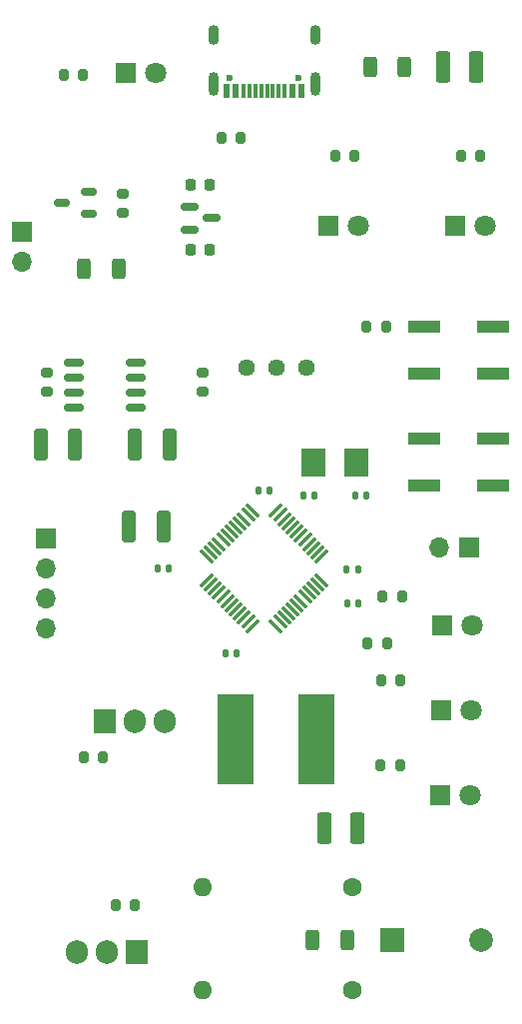
<source format=gbr>
%TF.GenerationSoftware,KiCad,Pcbnew,(6.0.11)*%
%TF.CreationDate,2023-07-13T20:03:18-03:00*%
%TF.ProjectId,Open-Tens,4f70656e-2d54-4656-9e73-2e6b69636164,rev?*%
%TF.SameCoordinates,Original*%
%TF.FileFunction,Soldermask,Top*%
%TF.FilePolarity,Negative*%
%FSLAX46Y46*%
G04 Gerber Fmt 4.6, Leading zero omitted, Abs format (unit mm)*
G04 Created by KiCad (PCBNEW (6.0.11)) date 2023-07-13 20:03:18*
%MOMM*%
%LPD*%
G01*
G04 APERTURE LIST*
G04 Aperture macros list*
%AMRoundRect*
0 Rectangle with rounded corners*
0 $1 Rounding radius*
0 $2 $3 $4 $5 $6 $7 $8 $9 X,Y pos of 4 corners*
0 Add a 4 corners polygon primitive as box body*
4,1,4,$2,$3,$4,$5,$6,$7,$8,$9,$2,$3,0*
0 Add four circle primitives for the rounded corners*
1,1,$1+$1,$2,$3*
1,1,$1+$1,$4,$5*
1,1,$1+$1,$6,$7*
1,1,$1+$1,$8,$9*
0 Add four rect primitives between the rounded corners*
20,1,$1+$1,$2,$3,$4,$5,0*
20,1,$1+$1,$4,$5,$6,$7,0*
20,1,$1+$1,$6,$7,$8,$9,0*
20,1,$1+$1,$8,$9,$2,$3,0*%
G04 Aperture macros list end*
%ADD10C,1.600000*%
%ADD11O,1.600000X1.600000*%
%ADD12R,3.100000X7.700000*%
%ADD13RoundRect,0.250000X0.325000X1.100000X-0.325000X1.100000X-0.325000X-1.100000X0.325000X-1.100000X0*%
%ADD14R,1.700000X1.700000*%
%ADD15O,1.700000X1.700000*%
%ADD16R,2.000000X2.400000*%
%ADD17RoundRect,0.075000X0.415425X0.521491X-0.521491X-0.415425X-0.415425X-0.521491X0.521491X0.415425X0*%
%ADD18RoundRect,0.075000X-0.415425X0.521491X-0.521491X0.415425X0.415425X-0.521491X0.521491X-0.415425X0*%
%ADD19RoundRect,0.150000X-0.587500X-0.150000X0.587500X-0.150000X0.587500X0.150000X-0.587500X0.150000X0*%
%ADD20RoundRect,0.150000X-0.675000X-0.150000X0.675000X-0.150000X0.675000X0.150000X-0.675000X0.150000X0*%
%ADD21R,2.800000X1.000000*%
%ADD22C,1.440000*%
%ADD23RoundRect,0.200000X0.200000X0.275000X-0.200000X0.275000X-0.200000X-0.275000X0.200000X-0.275000X0*%
%ADD24RoundRect,0.200000X-0.200000X-0.275000X0.200000X-0.275000X0.200000X0.275000X-0.200000X0.275000X0*%
%ADD25RoundRect,0.200000X0.275000X-0.200000X0.275000X0.200000X-0.275000X0.200000X-0.275000X-0.200000X0*%
%ADD26RoundRect,0.150000X0.512500X0.150000X-0.512500X0.150000X-0.512500X-0.150000X0.512500X-0.150000X0*%
%ADD27R,1.905000X2.000000*%
%ADD28O,1.905000X2.000000*%
%ADD29C,0.600000*%
%ADD30R,0.600000X1.160000*%
%ADD31R,0.300000X1.160000*%
%ADD32O,0.900000X2.000000*%
%ADD33O,0.900000X1.700000*%
%ADD34RoundRect,0.250000X0.312500X0.625000X-0.312500X0.625000X-0.312500X-0.625000X0.312500X-0.625000X0*%
%ADD35RoundRect,0.250000X-0.312500X-0.625000X0.312500X-0.625000X0.312500X0.625000X-0.312500X0.625000X0*%
%ADD36R,1.800000X1.800000*%
%ADD37C,1.800000*%
%ADD38RoundRect,0.250000X-0.375000X-1.075000X0.375000X-1.075000X0.375000X1.075000X-0.375000X1.075000X0*%
%ADD39RoundRect,0.140000X-0.140000X-0.170000X0.140000X-0.170000X0.140000X0.170000X-0.140000X0.170000X0*%
%ADD40RoundRect,0.140000X0.140000X0.170000X-0.140000X0.170000X-0.140000X-0.170000X0.140000X-0.170000X0*%
%ADD41RoundRect,0.250000X-0.325000X-1.100000X0.325000X-1.100000X0.325000X1.100000X-0.325000X1.100000X0*%
%ADD42RoundRect,0.225000X-0.225000X-0.250000X0.225000X-0.250000X0.225000X0.250000X-0.225000X0.250000X0*%
%ADD43RoundRect,0.225000X0.225000X0.250000X-0.225000X0.250000X-0.225000X-0.250000X0.225000X-0.250000X0*%
%ADD44R,2.000000X2.000000*%
%ADD45C,2.000000*%
G04 APERTURE END LIST*
D10*
%TO.C,J4*%
X162300000Y-140950000D03*
D11*
X149600000Y-140950000D03*
%TD*%
D12*
%TO.C,L1*%
X159250000Y-119700000D03*
X152350000Y-119700000D03*
%TD*%
D13*
%TO.C,C9*%
X146275000Y-101680000D03*
X143325000Y-101680000D03*
%TD*%
D14*
%TO.C,JP1*%
X172200000Y-103400000D03*
D15*
X169660000Y-103400000D03*
%TD*%
D16*
%TO.C,Y1*%
X162650000Y-96200000D03*
X158950000Y-96200000D03*
%TD*%
D17*
%TO.C,U3*%
X159687876Y-104201212D03*
X159334322Y-103847658D03*
X158980769Y-103494105D03*
X158627215Y-103140551D03*
X158273662Y-102786998D03*
X157920109Y-102433445D03*
X157566555Y-102079891D03*
X157213002Y-101726338D03*
X156859449Y-101372785D03*
X156505895Y-101019231D03*
X156152342Y-100665678D03*
X155798788Y-100312124D03*
D18*
X153801212Y-100312124D03*
X153447658Y-100665678D03*
X153094105Y-101019231D03*
X152740551Y-101372785D03*
X152386998Y-101726338D03*
X152033445Y-102079891D03*
X151679891Y-102433445D03*
X151326338Y-102786998D03*
X150972785Y-103140551D03*
X150619231Y-103494105D03*
X150265678Y-103847658D03*
X149912124Y-104201212D03*
D17*
X149912124Y-106198788D03*
X150265678Y-106552342D03*
X150619231Y-106905895D03*
X150972785Y-107259449D03*
X151326338Y-107613002D03*
X151679891Y-107966555D03*
X152033445Y-108320109D03*
X152386998Y-108673662D03*
X152740551Y-109027215D03*
X153094105Y-109380769D03*
X153447658Y-109734322D03*
X153801212Y-110087876D03*
D18*
X155798788Y-110087876D03*
X156152342Y-109734322D03*
X156505895Y-109380769D03*
X156859449Y-109027215D03*
X157213002Y-108673662D03*
X157566555Y-108320109D03*
X157920109Y-107966555D03*
X158273662Y-107613002D03*
X158627215Y-107259449D03*
X158980769Y-106905895D03*
X159334322Y-106552342D03*
X159687876Y-106198788D03*
%TD*%
D19*
%TO.C,U2*%
X148445307Y-74570137D03*
X148445307Y-76470137D03*
X150320307Y-75520137D03*
%TD*%
D20*
%TO.C,U1*%
X138675000Y-87795000D03*
X138675000Y-89065000D03*
X138675000Y-90335000D03*
X138675000Y-91605000D03*
X143925000Y-91605000D03*
X143925000Y-90335000D03*
X143925000Y-89065000D03*
X143925000Y-87795000D03*
%TD*%
D21*
%TO.C,SELECT*%
X168400000Y-84700000D03*
X174200000Y-84700000D03*
X168400000Y-88700000D03*
X174200000Y-88700000D03*
%TD*%
%TO.C,RESET*%
X168400000Y-94200000D03*
X174200000Y-94200000D03*
X168400000Y-98200000D03*
X174200000Y-98200000D03*
%TD*%
D22*
%TO.C,RV1*%
X158350000Y-88200000D03*
X155810000Y-88200000D03*
X153270000Y-88200000D03*
%TD*%
D23*
%TO.C,R15*%
X166512500Y-107600000D03*
X164862500Y-107600000D03*
%TD*%
%TO.C,R14*%
X166350000Y-114700000D03*
X164700000Y-114700000D03*
%TD*%
%TO.C,R13*%
X164670000Y-121900000D03*
X166320000Y-121900000D03*
%TD*%
D10*
%TO.C,R12*%
X162300000Y-132200000D03*
D11*
X149600000Y-132200000D03*
%TD*%
D24*
%TO.C,R11*%
X151150000Y-68700000D03*
X152800000Y-68700000D03*
%TD*%
D25*
%TO.C,R10*%
X149600000Y-88575000D03*
X149600000Y-90225000D03*
%TD*%
D24*
%TO.C,R9*%
X163475000Y-84700000D03*
X165125000Y-84700000D03*
%TD*%
%TO.C,R8*%
X163575000Y-111600000D03*
X165225000Y-111600000D03*
%TD*%
D23*
%TO.C,R7*%
X139425000Y-63400000D03*
X137775000Y-63400000D03*
%TD*%
%TO.C,R6*%
X162455000Y-70200000D03*
X160805000Y-70200000D03*
%TD*%
%TO.C,R5*%
X173125000Y-70200000D03*
X171475000Y-70200000D03*
%TD*%
D25*
%TO.C,R4*%
X142841671Y-75107894D03*
X142841671Y-73457894D03*
%TD*%
D23*
%TO.C,R3*%
X143862258Y-133700000D03*
X142212258Y-133700000D03*
%TD*%
D25*
%TO.C,R2*%
X136400000Y-90225000D03*
X136400000Y-88575000D03*
%TD*%
D24*
%TO.C,R1*%
X139475000Y-121200000D03*
X141125000Y-121200000D03*
%TD*%
D26*
%TO.C,Q3*%
X137662500Y-74200000D03*
X139937500Y-73250000D03*
X139937500Y-75150000D03*
%TD*%
D27*
%TO.C,Q2*%
X144037258Y-137755000D03*
D28*
X141497258Y-137755000D03*
X138957258Y-137755000D03*
%TD*%
D27*
%TO.C,Q1*%
X141260000Y-118145000D03*
D28*
X143800000Y-118145000D03*
X146340000Y-118145000D03*
%TD*%
D14*
%TO.C,J3*%
X136300000Y-102700000D03*
D15*
X136300000Y-105240000D03*
X136300000Y-107780000D03*
X136300000Y-110320000D03*
%TD*%
D29*
%TO.C,J2*%
X157690000Y-63650000D03*
X151910000Y-63650000D03*
D30*
X158000000Y-64710000D03*
X157200000Y-64710000D03*
D31*
X156050000Y-64710000D03*
X155050000Y-64710000D03*
X154550000Y-64710000D03*
X153550000Y-64710000D03*
D30*
X152400000Y-64710000D03*
X151600000Y-64710000D03*
X151600000Y-64710000D03*
X152400000Y-64710000D03*
D31*
X153050000Y-64710000D03*
X154050000Y-64710000D03*
X155550000Y-64710000D03*
X156550000Y-64710000D03*
D30*
X157200000Y-64710000D03*
X158000000Y-64710000D03*
D32*
X159120000Y-64130000D03*
D33*
X159120000Y-59960000D03*
D32*
X150480000Y-64130000D03*
D33*
X150480000Y-59960000D03*
%TD*%
D14*
%TO.C,J1*%
X134300000Y-76660000D03*
D15*
X134300000Y-79200000D03*
%TD*%
D34*
%TO.C,F3*%
X161862500Y-136700000D03*
X158937500Y-136700000D03*
%TD*%
D35*
%TO.C,F2*%
X142462500Y-79800000D03*
X139537500Y-79800000D03*
%TD*%
%TO.C,F1*%
X163800000Y-62700000D03*
X166725000Y-62700000D03*
%TD*%
D36*
%TO.C,D9*%
X169892500Y-110020000D03*
D37*
X172432500Y-110020000D03*
%TD*%
D36*
%TO.C,D8*%
X169800000Y-117200000D03*
D37*
X172340000Y-117200000D03*
%TD*%
%TO.C,D7*%
X172260000Y-124400000D03*
D36*
X169720000Y-124400000D03*
%TD*%
%TO.C,D5*%
X143025000Y-63200000D03*
D37*
X145565000Y-63200000D03*
%TD*%
D38*
%TO.C,D4*%
X169962499Y-62700000D03*
X172762499Y-62700000D03*
%TD*%
D36*
%TO.C,D3*%
X160260000Y-76200000D03*
D37*
X162800000Y-76200000D03*
%TD*%
D36*
%TO.C,D2*%
X171025000Y-76200000D03*
D37*
X173565000Y-76200000D03*
%TD*%
D38*
%TO.C,D1*%
X159900000Y-127200000D03*
X162700000Y-127200000D03*
%TD*%
D39*
%TO.C,C14*%
X161800000Y-105280000D03*
X162760000Y-105280000D03*
%TD*%
%TO.C,C13*%
X161820000Y-108200000D03*
X162780000Y-108200000D03*
%TD*%
D40*
%TO.C,C12*%
X145769180Y-105200000D03*
X146729180Y-105200000D03*
%TD*%
D39*
%TO.C,C11*%
X154320000Y-98600000D03*
X155280000Y-98600000D03*
%TD*%
D40*
%TO.C,C10*%
X152480000Y-112400000D03*
X151520000Y-112400000D03*
%TD*%
%TO.C,C8*%
X159080000Y-99000000D03*
X158120000Y-99000000D03*
%TD*%
D39*
%TO.C,C7*%
X162520000Y-99000000D03*
X163480000Y-99000000D03*
%TD*%
D41*
%TO.C,C6*%
X143825000Y-94700000D03*
X146775000Y-94700000D03*
%TD*%
D42*
%TO.C,C5*%
X148607807Y-78220136D03*
X150157807Y-78220136D03*
%TD*%
D43*
%TO.C,C4*%
X148607807Y-72730137D03*
X150157807Y-72730137D03*
%TD*%
D44*
%TO.C,C3*%
X165682323Y-136700000D03*
D45*
X173182323Y-136700000D03*
%TD*%
D13*
%TO.C,C1*%
X138775000Y-94700000D03*
X135825000Y-94700000D03*
%TD*%
M02*

</source>
